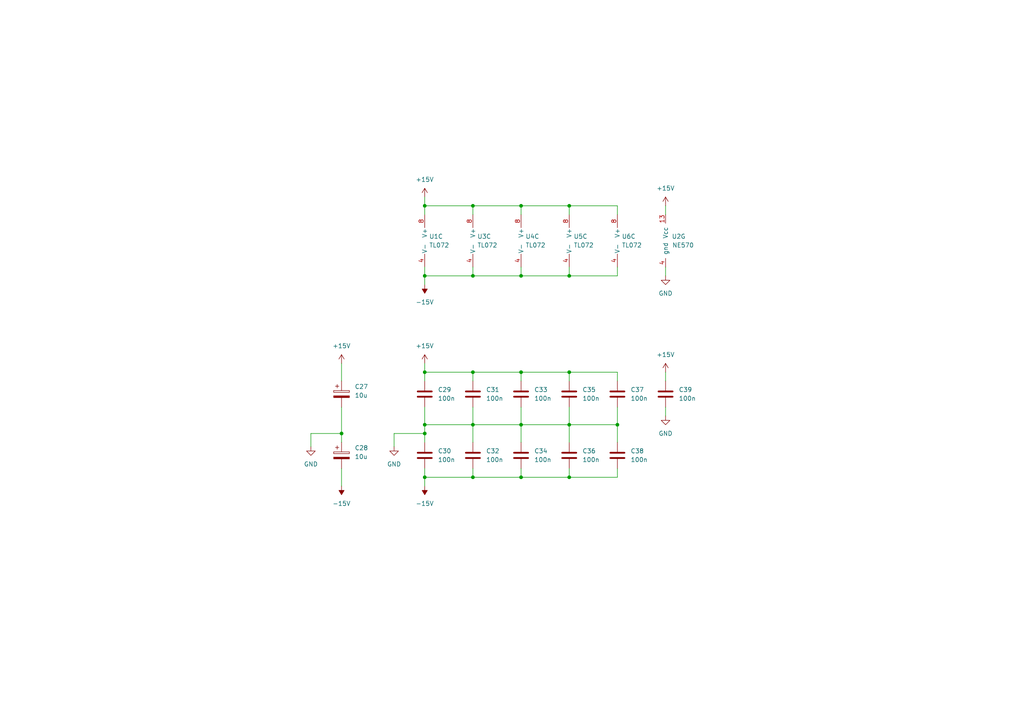
<source format=kicad_sch>
(kicad_sch (version 20211123) (generator eeschema)
  (paper "A4")
  (title_block (title "M.S.M. Stereo Lowpass Filter Pedal") (date "2022-05-26") (rev "0") (comment 2 "creativecommons.org/licenses/by/4.0") (comment 3 "License: CC by 4.0") (comment 4 "Author: Jordan Aceto"))
  (lib_symbols
    (symbol "Amplifier_Operational:TL072" (pin_names (offset 0.127))
      (property "Reference" "U" (at 0 5.08 0))
      (property "Value" "TL072" (at 0 -5.08 0))
      (symbol "TL072_1_1"
        (polyline (pts (xy -5.08 5.08) (xy 5.08 0) (xy -5.08 -5.08) (xy -5.08 5.08)) (stroke (width 0.254)) (fill (type background)))
        (pin output line (at 7.62 0 180) (length 2.54) (name "~") (number "1"))
        (pin input line (at -7.62 -2.54 0) (length 2.54) (name "-") (number "2"))
        (pin input line (at -7.62 2.54 0) (length 2.54) (name "+") (number "3"))
      )
      (symbol "TL072_2_1"
        (polyline (pts (xy -5.08 5.08) (xy 5.08 0) (xy -5.08 -5.08) (xy -5.08 5.08)) (stroke (width 0.254)) (fill (type background)))
        (pin input line (at -7.62 2.54 0) (length 2.54) (name "+") (number "5"))
        (pin input line (at -7.62 -2.54 0) (length 2.54) (name "-") (number "6"))
        (pin output line (at 7.62 0 180) (length 2.54) (name "~") (number "7"))
      )
      (symbol "TL072_3_1"
        (pin power_in line (at -2.54 -7.62 90) (length 3.81) (name "V-") (number "4"))
        (pin power_in line (at -2.54 7.62 270) (length 3.81) (name "V+") (number "8"))
      )
    )
    (symbol "Device:C" (pin_numbers hide) (pin_names (offset 0.254))
      (property "Reference" "C" (at 0.635 2.54 0))
      (property "Value" "C" (at 0.635 -2.54 0))
      (symbol "C_0_1"
        (polyline (pts (xy -2.032 -0.762) (xy 2.032 -0.762)) (stroke (width 0.508)))
        (polyline (pts (xy -2.032 0.762) (xy 2.032 0.762)) (stroke (width 0.508)))
      )
      (symbol "C_1_1"
        (pin passive line (at 0 3.81 270) (length 2.794) (name "~") (number "1"))
        (pin passive line (at 0 -3.81 90) (length 2.794) (name "~") (number "2"))
      )
    )
    (symbol "Device:C_Polarized" (pin_numbers hide) (pin_names (offset 0.254))
      (property "Reference" "C" (at 0.635 2.54 0))
      (property "Value" "C_Polarized" (at 0.635 -2.54 0))
      (symbol "C_Polarized_0_1"
        (rectangle (start -2.286 0.508) (end 2.286 1.016))
        (polyline (pts (xy -1.778 2.286) (xy -0.762 2.286)))
        (polyline (pts (xy -1.27 2.794) (xy -1.27 1.778)))
        (rectangle (start 2.286 -0.508) (end -2.286 -1.016) (fill (type outline)))
      )
      (symbol "C_Polarized_1_1"
        (pin passive line (at 0 3.81 270) (length 2.794) (name "~") (number "1"))
        (pin passive line (at 0 -3.81 90) (length 2.794) (name "~") (number "2"))
      )
    )
    (symbol "custom_symbols:NE570" (pin_names (offset 1.016))
      (property "Reference" "U2" (at 0.8382 9.271 0))
      (property "Value" "NE570" (at 0.8382 6.9596 0))
      (symbol "NE570_1_0"
        (polyline (pts (xy 0 0) (xy 2.54 0)))
        (text "20k" (at -2.54 0 0) (effects (font (size 1.27 1.27))))
      )
      (symbol "NE570_1_1"
        (rectangle (start -7.62 5.08) (end 8.89 -5.08) (fill (type background)))
        (polyline (pts (xy 2.54 -1.27) (xy 3.81 1.27) (xy 5.08 -1.27) (xy 2.54 -1.27)))
        (polyline (pts (xy -7.62 0) (xy -5.08 0) (xy -5.08 1.27) (xy 0 1.27) (xy 0 -1.27) (xy -5.08 -1.27) (xy -5.08 0)))
        (text "G" (at 6.35 0 0) (effects (font (size 1.27 1.27))))
        (pin input line (at -10.16 0 0) (length 2.54) (name "~") (number "3"))
      )
      (symbol "NE570_2_1"
        (rectangle (start -7.62 5.08) (end 8.89 -5.08) (fill (type background)))
        (polyline (pts (xy 5.08 0) (xy 6.35 0)))
        (polyline (pts (xy 5.08 1.27) (xy 5.08 -1.27)))
        (polyline (pts (xy 0 0) (xy 2.54 0) (xy 2.54 1.27) (xy 5.08 0) (xy 2.54 -1.27) (xy 2.54 0) (xy 2.54 -1.27)))
        (polyline (pts (xy -7.62 0) (xy -5.08 0) (xy -5.08 1.27) (xy -1.27 1.27) (xy 0 1.27) (xy 0 -1.27) (xy -5.08 -1.27) (xy -5.08 0)))
        (text "10k" (at -2.54 0 0) (effects (font (size 1.27 1.27))))
        (pin input line (at 0 -7.62 90) (length 2.54) (name "~") (number "1"))
        (pin input line (at -10.16 0 0) (length 2.54) (name "~") (number "2"))
      )
      (symbol "NE570_3_1"
        (rectangle (start -16.51 -13.97) (end 13.97 13.97) (fill (type background)))
        (polyline (pts (xy -12.7 10.16) (xy -12.7 13.97)))
        (polyline (pts (xy -7.62 2.54) (xy -7.62 13.97)))
        (polyline (pts (xy -1.905 -2.54) (xy -0.635 -2.54)))
        (polyline (pts (xy -1.905 2.54) (xy -0.635 2.54)))
        (polyline (pts (xy -1.27 -3.175) (xy -1.27 -1.905)))
        (polyline (pts (xy 7.62 0) (xy 10.16 0)))
        (polyline (pts (xy 10.16 0) (xy 13.97 0)))
        (polyline (pts (xy -2.54 -2.54) (xy -6.35 -2.54) (xy -6.35 -8.89)))
        (polyline (pts (xy -2.54 5.08) (xy -2.54 -5.08) (xy 7.62 0) (xy -2.54 5.08)))
        (polyline (pts (xy -12.7 -6.35) (xy -12.7 -8.89) (xy -13.97 -8.89) (xy -12.7 -10.16) (xy -11.43 -8.89) (xy -12.7 -8.89)))
        (polyline (pts (xy -12.7 2.54) (xy -12.7 5.08) (xy -13.97 5.08) (xy -13.97 10.16) (xy -11.43 10.16) (xy -11.43 5.08) (xy -12.7 5.08)))
        (polyline (pts (xy -2.54 2.54) (xy -12.7 2.54) (xy -12.7 -1.27) (xy -13.97 -1.27) (xy -13.97 -6.35) (xy -11.43 -6.35) (xy -11.43 -1.27) (xy -12.7 -1.27)))
        (text "20k" (at -12.7 7.62 900) (effects (font (size 1.27 1.27))))
        (text "30k" (at -12.7 -3.81 900) (effects (font (size 1.27 1.27))))
        (text "Vref" (at -6.35 -10.16 0) (effects (font (size 1.27 1.27))))
        (pin input line (at -7.62 16.51 270) (length 2.54) (name "~") (number "5"))
        (pin input line (at -12.7 16.51 270) (length 2.54) (name "~") (number "6"))
        (pin output line (at 16.51 0 180) (length 2.54) (name "~") (number "7"))
        (pin input line (at 0 -16.51 90) (length 2.54) (name "~") (number "8"))
      )
      (symbol "NE570_4_0"
        (polyline (pts (xy -7.62 0) (xy -5.08 0) (xy -5.08 1.27) (xy 0 1.27) (xy 0 -1.27) (xy -5.08 -1.27) (xy -5.08 0)))
      )
      (symbol "NE570_4_1"
        (rectangle (start -7.62 5.08) (end 8.89 -5.08) (fill (type background)))
        (polyline (pts (xy 0 0) (xy 2.54 0)))
        (polyline (pts (xy 2.54 -1.27) (xy 3.81 1.27) (xy 5.08 -1.27) (xy 2.54 -1.27)))
        (polyline (pts (xy -7.62 0) (xy -5.08 0) (xy -5.08 1.27) (xy 0 1.27) (xy 0 -1.27) (xy -5.08 -1.27) (xy -5.08 0)))
        (text "20k" (at -2.54 0 0) (effects (font (size 1.27 1.27))))
        (text "G" (at 6.35 0 0) (effects (font (size 1.27 1.27))))
        (pin input line (at -10.16 0 0) (length 2.54) (name "~") (number "14"))
      )
      (symbol "NE570_5_1"
        (rectangle (start -7.62 5.08) (end 8.89 -5.08) (fill (type background)))
        (polyline (pts (xy 5.08 0) (xy 6.35 0)))
        (polyline (pts (xy 5.08 1.27) (xy 5.08 -1.27)))
        (polyline (pts (xy 0 0) (xy 2.54 0) (xy 2.54 1.27) (xy 5.08 0) (xy 2.54 -1.27) (xy 2.54 0) (xy 2.54 -1.27)))
        (polyline (pts (xy -7.62 0) (xy -5.08 0) (xy -5.08 1.27) (xy -1.27 1.27) (xy 0 1.27) (xy 0 -1.27) (xy -5.08 -1.27) (xy -5.08 0)))
        (text "10k" (at -2.54 0 0) (effects (font (size 1.27 1.27))))
        (pin input line (at -10.16 0 0) (length 2.54) (name "~") (number "15"))
        (pin input line (at 0 -7.62 90) (length 2.54) (name "~") (number "16"))
      )
      (symbol "NE570_6_1"
        (rectangle (start -16.51 -13.97) (end 13.97 13.97) (fill (type background)))
        (polyline (pts (xy -12.7 10.16) (xy -12.7 13.97)))
        (polyline (pts (xy -7.62 2.54) (xy -7.62 13.97)))
        (polyline (pts (xy -1.905 -2.54) (xy -0.635 -2.54)))
        (polyline (pts (xy -1.905 2.54) (xy -0.635 2.54)))
        (polyline (pts (xy -1.27 -3.175) (xy -1.27 -1.905)))
        (polyline (pts (xy 7.62 0) (xy 13.97 0)))
        (polyline (pts (xy -2.54 -2.54) (xy -6.35 -2.54) (xy -6.35 -8.89)))
        (polyline (pts (xy -2.54 5.08) (xy -2.54 -5.08) (xy 7.62 0) (xy -2.54 5.08)))
        (polyline (pts (xy -12.7 -6.35) (xy -12.7 -8.89) (xy -13.97 -8.89) (xy -12.7 -10.16) (xy -11.43 -8.89) (xy -12.7 -8.89)))
        (polyline (pts (xy -12.7 2.54) (xy -12.7 5.08) (xy -13.97 5.08) (xy -13.97 10.16) (xy -11.43 10.16) (xy -11.43 5.08) (xy -12.7 5.08)))
        (polyline (pts (xy -2.54 2.54) (xy -12.7 2.54) (xy -12.7 -1.27) (xy -13.97 -1.27) (xy -13.97 -6.35) (xy -11.43 -6.35) (xy -11.43 -1.27) (xy -12.7 -1.27)))
        (text "20k" (at -12.7 7.62 900) (effects (font (size 1.27 1.27))))
        (text "30k" (at -12.7 -3.81 900) (effects (font (size 1.27 1.27))))
        (text "Vref" (at -6.35 -10.16 0) (effects (font (size 1.27 1.27))))
        (pin output line (at 16.51 0 180) (length 2.54) (name "~") (number "10"))
        (pin input line (at -12.7 16.51 270) (length 2.54) (name "~") (number "11"))
        (pin input line (at -7.62 16.51 270) (length 2.54) (name "~") (number "12"))
        (pin input line (at 0 -16.51 90) (length 2.54) (name "~") (number "9"))
      )
      (symbol "NE570_7_1"
        (pin power_in line (at 0 7.62 270) (length 2.54) (name "Vcc") (number "13"))
        (pin power_in line (at 0 -7.62 90) (length 2.54) (name "gnd") (number "4"))
      )
    )
    (symbol "power:+15V" (power) (pin_names (offset 0))
      (property "Value" "+15V" (at 0 3.556 0))
      (symbol "+15V_0_1"
        (polyline (pts (xy -0.762 1.27) (xy 0 2.54)))
        (polyline (pts (xy 0 0) (xy 0 2.54)))
        (polyline (pts (xy 0 2.54) (xy 0.762 1.27)))
      )
      (symbol "+15V_1_1"
        (pin power_in line (at 0 0 90) (length 0) hide (name "+15V") (number "1"))
      )
    )
    (symbol "power:-15V" (power) (pin_names (offset 0))
      (property "Value" "-15V" (at 0 3.81 0))
      (symbol "-15V_0_0"
        (pin power_in line (at 0 0 90) (length 0) hide (name "-15V") (number "1"))
      )
      (symbol "-15V_0_1"
        (polyline (pts (xy 0 0) (xy 0 1.27) (xy 0.762 1.27) (xy 0 2.54) (xy -0.762 1.27) (xy 0 1.27)) (fill (type outline)))
      )
    )
    (symbol "power:GND" (power) (pin_names (offset 0))
      (property "Value" "GND" (at 0 -3.81 0))
      (symbol "GND_0_1"
        (polyline (pts (xy 0 0) (xy 0 -1.27) (xy 1.27 -1.27) (xy 0 -2.54) (xy -1.27 -1.27) (xy 0 -1.27)))
      )
      (symbol "GND_1_1"
        (pin power_in line (at 0 0 270) (length 0) hide (name "GND") (number "1"))
      )
    )
  )
  (junction (at 151.13 123.19))
  (junction (at 179.07 123.19))
  (junction (at 123.19 138.43))
  (junction (at 165.1 138.43))
  (junction (at 137.16 80.01))
  (junction (at 151.13 107.95))
  (junction (at 137.16 138.43))
  (junction (at 123.19 123.19))
  (junction (at 123.19 107.95))
  (junction (at 137.16 59.69))
  (junction (at 99.06 125.73))
  (junction (at 123.19 125.73))
  (junction (at 151.13 80.01))
  (junction (at 137.16 107.95))
  (junction (at 137.16 123.19))
  (junction (at 165.1 59.69))
  (junction (at 165.1 80.01))
  (junction (at 123.19 80.01))
  (junction (at 151.13 138.43))
  (junction (at 165.1 123.19))
  (junction (at 123.19 59.69))
  (junction (at 165.1 107.95))
  (junction (at 151.13 59.69))
  (wire (pts (xy 165.1 80.01) (xy 179.07 80.01)))
  (wire (pts (xy 137.16 138.43) (xy 151.13 138.43)))
  (wire (pts (xy 99.06 105.41) (xy 99.06 110.49)))
  (wire (pts (xy 99.06 135.89) (xy 99.06 140.97)))
  (wire (pts (xy 123.19 118.11) (xy 123.19 123.19)))
  (wire (pts (xy 151.13 77.47) (xy 151.13 80.01)))
  (wire (pts (xy 99.06 118.11) (xy 99.06 125.73)))
  (wire (pts (xy 137.16 128.27) (xy 137.16 123.19)))
  (wire (pts (xy 151.13 123.19) (xy 151.13 118.11)))
  (wire (pts (xy 165.1 107.95) (xy 179.07 107.95)))
  (wire (pts (xy 137.16 80.01) (xy 151.13 80.01)))
  (wire (pts (xy 123.19 80.01) (xy 137.16 80.01)))
  (wire (pts (xy 99.06 125.73) (xy 99.06 128.27)))
  (wire (pts (xy 179.07 59.69) (xy 179.07 62.23)))
  (wire (pts (xy 137.16 80.01) (xy 137.16 77.47)))
  (wire (pts (xy 123.19 135.89) (xy 123.19 138.43)))
  (wire (pts (xy 90.17 125.73) (xy 99.06 125.73)))
  (wire (pts (xy 137.16 59.69) (xy 123.19 59.69)))
  (wire (pts (xy 123.19 80.01) (xy 123.19 82.55)))
  (wire (pts (xy 123.19 125.73) (xy 123.19 128.27)))
  (wire (pts (xy 151.13 59.69) (xy 165.1 59.69)))
  (wire (pts (xy 193.04 107.95) (xy 193.04 110.49)))
  (wire (pts (xy 179.07 123.19) (xy 179.07 128.27)))
  (wire (pts (xy 151.13 107.95) (xy 151.13 110.49)))
  (wire (pts (xy 123.19 105.41) (xy 123.19 107.95)))
  (wire (pts (xy 193.04 118.11) (xy 193.04 120.65)))
  (wire (pts (xy 151.13 123.19) (xy 151.13 128.27)))
  (wire (pts (xy 123.19 138.43) (xy 123.19 140.97)))
  (wire (pts (xy 165.1 135.89) (xy 165.1 138.43)))
  (wire (pts (xy 165.1 118.11) (xy 165.1 123.19)))
  (wire (pts (xy 137.16 123.19) (xy 137.16 118.11)))
  (wire (pts (xy 123.19 77.47) (xy 123.19 80.01)))
  (wire (pts (xy 90.17 129.54) (xy 90.17 125.73)))
  (wire (pts (xy 165.1 59.69) (xy 165.1 62.23)))
  (wire (pts (xy 193.04 77.47) (xy 193.04 80.01)))
  (wire (pts (xy 137.16 138.43) (xy 137.16 135.89)))
  (wire (pts (xy 165.1 123.19) (xy 165.1 128.27)))
  (wire (pts (xy 193.04 59.69) (xy 193.04 62.23)))
  (wire (pts (xy 137.16 62.23) (xy 137.16 59.69)))
  (wire (pts (xy 165.1 107.95) (xy 165.1 110.49)))
  (wire (pts (xy 179.07 107.95) (xy 179.07 110.49)))
  (wire (pts (xy 151.13 135.89) (xy 151.13 138.43)))
  (wire (pts (xy 151.13 80.01) (xy 165.1 80.01)))
  (wire (pts (xy 114.3 129.54) (xy 114.3 125.73)))
  (wire (pts (xy 137.16 59.69) (xy 151.13 59.69)))
  (wire (pts (xy 137.16 107.95) (xy 123.19 107.95)))
  (wire (pts (xy 151.13 138.43) (xy 165.1 138.43)))
  (wire (pts (xy 123.19 59.69) (xy 123.19 62.23)))
  (wire (pts (xy 137.16 107.95) (xy 151.13 107.95)))
  (wire (pts (xy 165.1 59.69) (xy 179.07 59.69)))
  (wire (pts (xy 137.16 110.49) (xy 137.16 107.95)))
  (wire (pts (xy 179.07 77.47) (xy 179.07 80.01)))
  (wire (pts (xy 151.13 123.19) (xy 165.1 123.19)))
  (wire (pts (xy 165.1 123.19) (xy 179.07 123.19)))
  (wire (pts (xy 137.16 123.19) (xy 123.19 123.19)))
  (wire (pts (xy 137.16 123.19) (xy 151.13 123.19)))
  (wire (pts (xy 179.07 118.11) (xy 179.07 123.19)))
  (wire (pts (xy 165.1 77.47) (xy 165.1 80.01)))
  (wire (pts (xy 151.13 107.95) (xy 165.1 107.95)))
  (wire (pts (xy 114.3 125.73) (xy 123.19 125.73)))
  (wire (pts (xy 123.19 57.15) (xy 123.19 59.69)))
  (wire (pts (xy 179.07 135.89) (xy 179.07 138.43)))
  (wire (pts (xy 151.13 59.69) (xy 151.13 62.23)))
  (wire (pts (xy 123.19 123.19) (xy 123.19 125.73)))
  (wire (pts (xy 123.19 138.43) (xy 137.16 138.43)))
  (wire (pts (xy 165.1 138.43) (xy 179.07 138.43)))
  (wire (pts (xy 123.19 107.95) (xy 123.19 110.49)))
  (symbol (lib_id "Amplifier_Operational:TL072") (at 181.61 69.85 0) (unit 3)
    (property "Reference" "U6" (at 180.34 68.5799 0) (effects (justify left)))
    (property "Value" "TL072" (at 180.34 71.1199 0) (effects (justify left)))
    (property "Footprint" "Package_SO:SOIC-8_3.9x4.9mm_P1.27mm" (effects hide))
    (property "Datasheet" "http://www.ti.com/lit/ds/symlink/tl071.pdf" (effects hide))
  )
  (symbol (lib_id "custom_symbols:NE570") (at 193.04 69.85 0) (mirror y) (unit 7)
    (property "Reference" "U2" (at 196.85 68.58 0))
    (property "Value" "NE570" (at 198.12 71.12 0))
    (property "Footprint" "Package_DIP:DIP-16_W7.62mm_Socket" (effects hide))
  )
  (symbol (lib_id "Device:C") (at 123.19 132.08 0) (unit 1)
    (property "Reference" "C30" (at 127 130.8099 0) (effects (justify left)))
    (property "Value" "100n" (at 127 133.3499 0) (effects (justify left)))
    (property "Footprint" "Capacitor_SMD:C_0805_2012Metric" (effects hide))
  )
  (symbol (lib_id "Device:C") (at 137.16 114.3 0) (unit 1)
    (property "Reference" "C31" (at 140.97 113.0299 0) (effects (justify left)))
    (property "Value" "100n" (at 140.97 115.5699 0) (effects (justify left)))
    (property "Footprint" "Capacitor_SMD:C_0805_2012Metric" (effects hide))
  )
  (symbol (lib_id "Device:C") (at 151.13 132.08 0) (unit 1)
    (property "Reference" "C34" (at 154.94 130.8099 0) (effects (justify left)))
    (property "Value" "100n" (at 154.94 133.3499 0) (effects (justify left)))
    (property "Footprint" "Capacitor_SMD:C_0805_2012Metric" (effects hide))
  )
  (symbol (lib_id "Device:C") (at 193.04 114.3 0) (unit 1)
    (property "Reference" "C39" (at 196.85 113.0299 0) (effects (justify left)))
    (property "Value" "100n" (at 196.85 115.5699 0) (effects (justify left)))
    (property "Footprint" "Capacitor_SMD:C_0805_2012Metric" (effects hide))
  )
  (symbol (lib_id "power:+15V") (at 123.19 105.41 0) (unit 1)
    (property "Reference" "#PWR011" (effects hide))
    (property "Value" "+15V" (at 123.19 100.33 0))
  )
  (symbol (lib_id "Device:C") (at 137.16 132.08 0) (unit 1)
    (property "Reference" "C32" (at 140.97 130.8099 0) (effects (justify left)))
    (property "Value" "100n" (at 140.97 133.3499 0) (effects (justify left)))
    (property "Footprint" "Capacitor_SMD:C_0805_2012Metric" (effects hide))
  )
  (symbol (lib_id "power:GND") (at 193.04 120.65 0) (unit 1)
    (property "Reference" "#PWR016" (effects hide))
    (property "Value" "GND" (at 193.04 125.73 0))
  )
  (symbol (lib_id "power:GND") (at 193.04 80.01 0) (unit 1)
    (property "Reference" "#PWR014" (effects hide))
    (property "Value" "GND" (at 193.04 85.09 0))
  )
  (symbol (lib_id "power:-15V") (at 99.06 140.97 180) (unit 1)
    (property "Reference" "#PWR07" (effects hide))
    (property "Value" "-15V" (at 99.06 146.05 0))
  )
  (symbol (lib_id "Amplifier_Operational:TL072") (at 153.67 69.85 0) (unit 3)
    (property "Reference" "U4" (at 152.4 68.5799 0) (effects (justify left)))
    (property "Value" "TL072" (at 152.4 71.1199 0) (effects (justify left)))
    (property "Footprint" "Package_SO:SOIC-8_3.9x4.9mm_P1.27mm" (effects hide))
    (property "Datasheet" "http://www.ti.com/lit/ds/symlink/tl071.pdf" (effects hide))
  )
  (symbol (lib_id "power:+15V") (at 99.06 105.41 0) (unit 1)
    (property "Reference" "#PWR06" (effects hide))
    (property "Value" "+15V" (at 99.06 100.33 0))
  )
  (symbol (lib_id "Amplifier_Operational:TL072") (at 139.7 69.85 0) (unit 3)
    (property "Reference" "U3" (at 138.43 68.5799 0) (effects (justify left)))
    (property "Value" "TL072" (at 138.43 71.1199 0) (effects (justify left)))
    (property "Footprint" "Package_SO:SOIC-8_3.9x4.9mm_P1.27mm" (effects hide))
    (property "Datasheet" "http://www.ti.com/lit/ds/symlink/tl071.pdf" (effects hide))
  )
  (symbol (lib_id "Device:C") (at 179.07 132.08 0) (unit 1)
    (property "Reference" "C38" (at 182.88 130.8099 0) (effects (justify left)))
    (property "Value" "100n" (at 182.88 133.3499 0) (effects (justify left)))
    (property "Footprint" "Capacitor_SMD:C_0805_2012Metric" (effects hide))
  )
  (symbol (lib_id "Device:C") (at 165.1 114.3 0) (unit 1)
    (property "Reference" "C35" (at 168.91 113.0299 0) (effects (justify left)))
    (property "Value" "100n" (at 168.91 115.5699 0) (effects (justify left)))
    (property "Footprint" "Capacitor_SMD:C_0805_2012Metric" (effects hide))
  )
  (symbol (lib_id "power:GND") (at 90.17 129.54 0) (unit 1)
    (property "Reference" "#PWR05" (effects hide))
    (property "Value" "GND" (at 90.17 134.62 0))
  )
  (symbol (lib_id "power:-15V") (at 123.19 82.55 180) (unit 1)
    (property "Reference" "#PWR010" (effects hide))
    (property "Value" "-15V" (at 123.19 87.63 0))
  )
  (symbol (lib_id "Device:C") (at 151.13 114.3 0) (unit 1)
    (property "Reference" "C33" (at 154.94 113.0299 0) (effects (justify left)))
    (property "Value" "100n" (at 154.94 115.5699 0) (effects (justify left)))
    (property "Footprint" "Capacitor_SMD:C_0805_2012Metric" (effects hide))
  )
  (symbol (lib_id "power:+15V") (at 193.04 107.95 0) (unit 1)
    (property "Reference" "#PWR015" (effects hide))
    (property "Value" "+15V" (at 193.04 102.87 0))
  )
  (symbol (lib_id "Device:C_Polarized") (at 99.06 132.08 0) (unit 1)
    (property "Reference" "C28" (at 102.87 129.9209 0) (effects (justify left)))
    (property "Value" "10u" (at 102.87 132.4609 0) (effects (justify left)))
    (property "Footprint" "Capacitor_THT:CP_Radial_D6.3mm_P2.50mm" (effects hide))
  )
  (symbol (lib_id "power:+15V") (at 193.04 59.69 0) (unit 1)
    (property "Reference" "#PWR013" (effects hide))
    (property "Value" "+15V" (at 193.04 54.61 0))
  )
  (symbol (lib_id "Amplifier_Operational:TL072") (at 167.64 69.85 0) (unit 3)
    (property "Reference" "U5" (at 166.37 68.5799 0) (effects (justify left)))
    (property "Value" "TL072" (at 166.37 71.1199 0) (effects (justify left)))
    (property "Footprint" "Package_SO:SOIC-8_3.9x4.9mm_P1.27mm" (effects hide))
    (property "Datasheet" "http://www.ti.com/lit/ds/symlink/tl071.pdf" (effects hide))
  )
  (symbol (lib_id "Amplifier_Operational:TL072") (at 125.73 69.85 0) (unit 3)
    (property "Reference" "U1" (at 124.46 68.5799 0) (effects (justify left)))
    (property "Value" "TL072" (at 124.46 71.1199 0) (effects (justify left)))
    (property "Footprint" "Package_SO:SOIC-8_3.9x4.9mm_P1.27mm" (effects hide))
    (property "Datasheet" "http://www.ti.com/lit/ds/symlink/tl071.pdf" (effects hide))
  )
  (symbol (lib_id "power:+15V") (at 123.19 57.15 0) (unit 1)
    (property "Reference" "#PWR09" (effects hide))
    (property "Value" "+15V" (at 123.19 52.07 0))
  )
  (symbol (lib_id "Device:C") (at 165.1 132.08 0) (unit 1)
    (property "Reference" "C36" (at 168.91 130.8099 0) (effects (justify left)))
    (property "Value" "100n" (at 168.91 133.3499 0) (effects (justify left)))
    (property "Footprint" "Capacitor_SMD:C_0805_2012Metric" (effects hide))
  )
  (symbol (lib_id "power:GND") (at 114.3 129.54 0) (unit 1)
    (property "Reference" "#PWR08" (effects hide))
    (property "Value" "GND" (at 114.3 134.62 0))
  )
  (symbol (lib_id "Device:C") (at 179.07 114.3 0) (unit 1)
    (property "Reference" "C37" (at 182.88 113.0299 0) (effects (justify left)))
    (property "Value" "100n" (at 182.88 115.5699 0) (effects (justify left)))
    (property "Footprint" "Capacitor_SMD:C_0805_2012Metric" (effects hide))
  )
  (symbol (lib_id "power:-15V") (at 123.19 140.97 180) (unit 1)
    (property "Reference" "#PWR012" (effects hide))
    (property "Value" "-15V" (at 123.19 146.05 0))
  )
  (symbol (lib_id "Device:C_Polarized") (at 99.06 114.3 0) (unit 1)
    (property "Reference" "C27" (at 102.87 112.1409 0) (effects (justify left)))
    (property "Value" "10u" (at 102.87 114.6809 0) (effects (justify left)))
    (property "Footprint" "Capacitor_THT:CP_Radial_D6.3mm_P2.50mm" (effects hide))
  )
  (symbol (lib_id "Device:C") (at 123.19 114.3 0) (unit 1)
    (property "Reference" "C29" (at 127 113.0299 0) (effects (justify left)))
    (property "Value" "100n" (at 127 115.5699 0) (effects (justify left)))
    (property "Footprint" "Capacitor_SMD:C_0805_2012Metric" (effects hide))
  )
)
</source>
